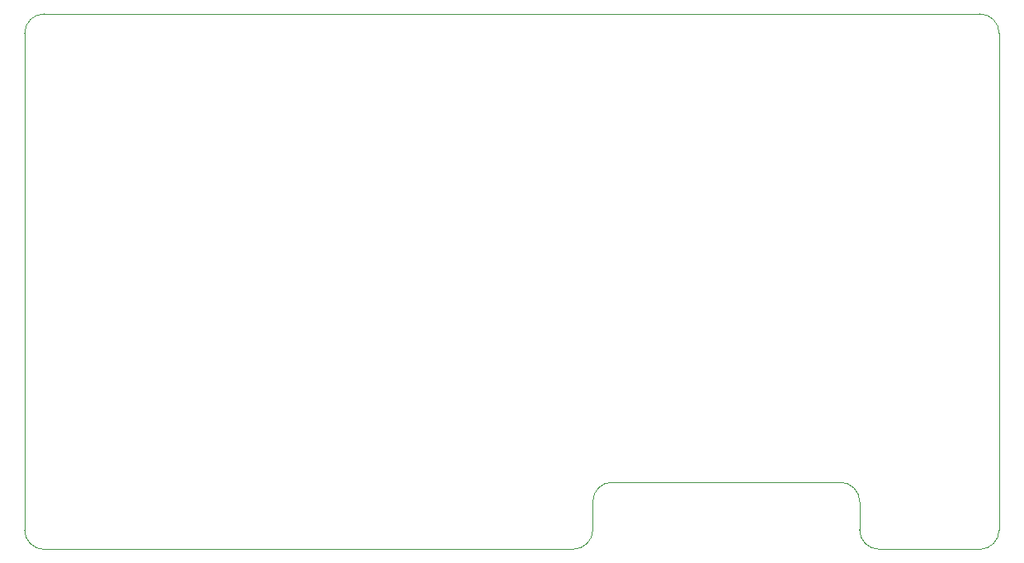
<source format=gbr>
%TF.GenerationSoftware,KiCad,Pcbnew,6.0.7+dfsg-1build1*%
%TF.CreationDate,2023-01-24T23:00:55+01:00*%
%TF.ProjectId,epaper-breakout,65706170-6572-42d6-9272-65616b6f7574,rev?*%
%TF.SameCoordinates,Original*%
%TF.FileFunction,AssemblyDrawing,Bot*%
%FSLAX46Y46*%
G04 Gerber Fmt 4.6, Leading zero omitted, Abs format (unit mm)*
G04 Created by KiCad (PCBNEW 6.0.7+dfsg-1build1) date 2023-01-24 23:00:55*
%MOMM*%
%LPD*%
G01*
G04 APERTURE LIST*
%TA.AperFunction,Profile*%
%ADD10C,0.050000*%
%TD*%
G04 APERTURE END LIST*
D10*
X25000000Y-62500000D02*
X25000000Y-11500000D01*
X27000000Y-64500000D02*
X81300000Y-64485786D01*
X125000000Y-11500000D02*
X125000000Y-62500000D01*
X27000000Y-9500000D02*
X123000000Y-9500000D01*
X27000000Y-9500000D02*
G75*
G03*
X25000000Y-11500000I0J-2000000D01*
G01*
X85300000Y-57600000D02*
G75*
G03*
X83300000Y-59600000I0J-2000000D01*
G01*
X83300000Y-62485786D02*
X83300000Y-59600000D01*
X81300000Y-64485800D02*
G75*
G03*
X83300000Y-62485786I0J2000000D01*
G01*
X110666214Y-62485786D02*
G75*
G03*
X112666214Y-64485786I1999986J-14D01*
G01*
X88700000Y-57600000D02*
X85300000Y-57600000D01*
X125000000Y-11500000D02*
G75*
G03*
X123000000Y-9500000I-2000000J0D01*
G01*
X25000000Y-62500000D02*
G75*
G03*
X27000000Y-64500000I2000000J0D01*
G01*
X110666214Y-62485786D02*
X110685791Y-59614213D01*
X123000000Y-64500000D02*
G75*
G03*
X125000000Y-62500000I0J2000000D01*
G01*
X112666214Y-64485786D02*
X123000000Y-64500000D01*
X110685787Y-59614213D02*
G75*
G03*
X108685791Y-57614213I-1999987J13D01*
G01*
X108685791Y-57614213D02*
X88700000Y-57600000D01*
M02*

</source>
